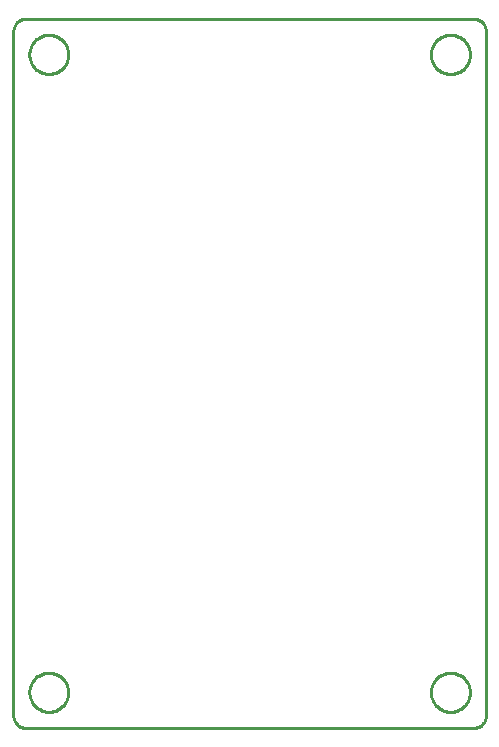
<source format=gbr>
G04 EAGLE Gerber RS-274X export*
G75*
%MOMM*%
%FSLAX34Y34*%
%LPD*%
%IN*%
%IPPOS*%
%AMOC8*
5,1,8,0,0,1.08239X$1,22.5*%
G01*
%ADD10C,0.254000*%


D10*
X0Y10000D02*
X38Y9128D01*
X152Y8264D01*
X341Y7412D01*
X603Y6580D01*
X937Y5774D01*
X1340Y5000D01*
X1808Y4264D01*
X2340Y3572D01*
X2929Y2929D01*
X3572Y2340D01*
X4264Y1808D01*
X5000Y1340D01*
X5774Y937D01*
X6580Y603D01*
X7412Y341D01*
X8264Y152D01*
X9128Y38D01*
X10000Y0D01*
X390000Y0D01*
X390872Y38D01*
X391736Y152D01*
X392588Y341D01*
X393420Y603D01*
X394226Y937D01*
X395000Y1340D01*
X395736Y1808D01*
X396428Y2340D01*
X397071Y2929D01*
X397660Y3572D01*
X398192Y4264D01*
X398660Y5000D01*
X399063Y5774D01*
X399397Y6580D01*
X399659Y7412D01*
X399848Y8264D01*
X399962Y9128D01*
X400000Y10000D01*
X400000Y590000D01*
X399962Y590872D01*
X399848Y591736D01*
X399659Y592588D01*
X399397Y593420D01*
X399063Y594226D01*
X398660Y595000D01*
X398192Y595736D01*
X397660Y596428D01*
X397071Y597071D01*
X396428Y597660D01*
X395736Y598192D01*
X395000Y598660D01*
X394226Y599063D01*
X393420Y599397D01*
X392588Y599659D01*
X391736Y599848D01*
X390872Y599962D01*
X390000Y600000D01*
X10000Y600000D01*
X9128Y599962D01*
X8264Y599848D01*
X7412Y599659D01*
X6580Y599397D01*
X5774Y599063D01*
X5000Y598660D01*
X4264Y598192D01*
X3572Y597660D01*
X2929Y597071D01*
X2340Y596428D01*
X1808Y595736D01*
X1340Y595000D01*
X937Y594226D01*
X603Y593420D01*
X341Y592588D01*
X152Y591736D01*
X38Y590872D01*
X0Y590000D01*
X0Y10000D01*
X46500Y569460D02*
X46429Y568382D01*
X46288Y567311D01*
X46078Y566251D01*
X45798Y565208D01*
X45451Y564185D01*
X45037Y563187D01*
X44560Y562218D01*
X44019Y561282D01*
X43419Y560384D01*
X42762Y559527D01*
X42049Y558715D01*
X41285Y557951D01*
X40473Y557239D01*
X39616Y556581D01*
X38718Y555981D01*
X37782Y555441D01*
X36813Y554963D01*
X35815Y554549D01*
X34792Y554202D01*
X33749Y553922D01*
X32689Y553712D01*
X31618Y553571D01*
X30540Y553500D01*
X29460Y553500D01*
X28382Y553571D01*
X27311Y553712D01*
X26251Y553922D01*
X25208Y554202D01*
X24185Y554549D01*
X23187Y554963D01*
X22218Y555441D01*
X21282Y555981D01*
X20384Y556581D01*
X19527Y557239D01*
X18715Y557951D01*
X17951Y558715D01*
X17239Y559527D01*
X16581Y560384D01*
X15981Y561282D01*
X15441Y562218D01*
X14963Y563187D01*
X14549Y564185D01*
X14202Y565208D01*
X13922Y566251D01*
X13712Y567311D01*
X13571Y568382D01*
X13500Y569460D01*
X13500Y570540D01*
X13571Y571618D01*
X13712Y572689D01*
X13922Y573749D01*
X14202Y574792D01*
X14549Y575815D01*
X14963Y576813D01*
X15441Y577782D01*
X15981Y578718D01*
X16581Y579616D01*
X17239Y580473D01*
X17951Y581285D01*
X18715Y582049D01*
X19527Y582762D01*
X20384Y583419D01*
X21282Y584019D01*
X22218Y584560D01*
X23187Y585037D01*
X24185Y585451D01*
X25208Y585798D01*
X26251Y586078D01*
X27311Y586288D01*
X28382Y586429D01*
X29460Y586500D01*
X30540Y586500D01*
X31618Y586429D01*
X32689Y586288D01*
X33749Y586078D01*
X34792Y585798D01*
X35815Y585451D01*
X36813Y585037D01*
X37782Y584560D01*
X38718Y584019D01*
X39616Y583419D01*
X40473Y582762D01*
X41285Y582049D01*
X42049Y581285D01*
X42762Y580473D01*
X43419Y579616D01*
X44019Y578718D01*
X44560Y577782D01*
X45037Y576813D01*
X45451Y575815D01*
X45798Y574792D01*
X46078Y573749D01*
X46288Y572689D01*
X46429Y571618D01*
X46500Y570540D01*
X46500Y569460D01*
X386500Y569460D02*
X386429Y568382D01*
X386288Y567311D01*
X386078Y566251D01*
X385798Y565208D01*
X385451Y564185D01*
X385037Y563187D01*
X384560Y562218D01*
X384019Y561282D01*
X383419Y560384D01*
X382762Y559527D01*
X382049Y558715D01*
X381285Y557951D01*
X380473Y557239D01*
X379616Y556581D01*
X378718Y555981D01*
X377782Y555441D01*
X376813Y554963D01*
X375815Y554549D01*
X374792Y554202D01*
X373749Y553922D01*
X372689Y553712D01*
X371618Y553571D01*
X370540Y553500D01*
X369460Y553500D01*
X368382Y553571D01*
X367311Y553712D01*
X366251Y553922D01*
X365208Y554202D01*
X364185Y554549D01*
X363187Y554963D01*
X362218Y555441D01*
X361282Y555981D01*
X360384Y556581D01*
X359527Y557239D01*
X358715Y557951D01*
X357951Y558715D01*
X357239Y559527D01*
X356581Y560384D01*
X355981Y561282D01*
X355441Y562218D01*
X354963Y563187D01*
X354549Y564185D01*
X354202Y565208D01*
X353922Y566251D01*
X353712Y567311D01*
X353571Y568382D01*
X353500Y569460D01*
X353500Y570540D01*
X353571Y571618D01*
X353712Y572689D01*
X353922Y573749D01*
X354202Y574792D01*
X354549Y575815D01*
X354963Y576813D01*
X355441Y577782D01*
X355981Y578718D01*
X356581Y579616D01*
X357239Y580473D01*
X357951Y581285D01*
X358715Y582049D01*
X359527Y582762D01*
X360384Y583419D01*
X361282Y584019D01*
X362218Y584560D01*
X363187Y585037D01*
X364185Y585451D01*
X365208Y585798D01*
X366251Y586078D01*
X367311Y586288D01*
X368382Y586429D01*
X369460Y586500D01*
X370540Y586500D01*
X371618Y586429D01*
X372689Y586288D01*
X373749Y586078D01*
X374792Y585798D01*
X375815Y585451D01*
X376813Y585037D01*
X377782Y584560D01*
X378718Y584019D01*
X379616Y583419D01*
X380473Y582762D01*
X381285Y582049D01*
X382049Y581285D01*
X382762Y580473D01*
X383419Y579616D01*
X384019Y578718D01*
X384560Y577782D01*
X385037Y576813D01*
X385451Y575815D01*
X385798Y574792D01*
X386078Y573749D01*
X386288Y572689D01*
X386429Y571618D01*
X386500Y570540D01*
X386500Y569460D01*
X386500Y29460D02*
X386429Y28382D01*
X386288Y27311D01*
X386078Y26251D01*
X385798Y25208D01*
X385451Y24185D01*
X385037Y23187D01*
X384560Y22218D01*
X384019Y21282D01*
X383419Y20384D01*
X382762Y19527D01*
X382049Y18715D01*
X381285Y17951D01*
X380473Y17239D01*
X379616Y16581D01*
X378718Y15981D01*
X377782Y15441D01*
X376813Y14963D01*
X375815Y14549D01*
X374792Y14202D01*
X373749Y13922D01*
X372689Y13712D01*
X371618Y13571D01*
X370540Y13500D01*
X369460Y13500D01*
X368382Y13571D01*
X367311Y13712D01*
X366251Y13922D01*
X365208Y14202D01*
X364185Y14549D01*
X363187Y14963D01*
X362218Y15441D01*
X361282Y15981D01*
X360384Y16581D01*
X359527Y17239D01*
X358715Y17951D01*
X357951Y18715D01*
X357239Y19527D01*
X356581Y20384D01*
X355981Y21282D01*
X355441Y22218D01*
X354963Y23187D01*
X354549Y24185D01*
X354202Y25208D01*
X353922Y26251D01*
X353712Y27311D01*
X353571Y28382D01*
X353500Y29460D01*
X353500Y30540D01*
X353571Y31618D01*
X353712Y32689D01*
X353922Y33749D01*
X354202Y34792D01*
X354549Y35815D01*
X354963Y36813D01*
X355441Y37782D01*
X355981Y38718D01*
X356581Y39616D01*
X357239Y40473D01*
X357951Y41285D01*
X358715Y42049D01*
X359527Y42762D01*
X360384Y43419D01*
X361282Y44019D01*
X362218Y44560D01*
X363187Y45037D01*
X364185Y45451D01*
X365208Y45798D01*
X366251Y46078D01*
X367311Y46288D01*
X368382Y46429D01*
X369460Y46500D01*
X370540Y46500D01*
X371618Y46429D01*
X372689Y46288D01*
X373749Y46078D01*
X374792Y45798D01*
X375815Y45451D01*
X376813Y45037D01*
X377782Y44560D01*
X378718Y44019D01*
X379616Y43419D01*
X380473Y42762D01*
X381285Y42049D01*
X382049Y41285D01*
X382762Y40473D01*
X383419Y39616D01*
X384019Y38718D01*
X384560Y37782D01*
X385037Y36813D01*
X385451Y35815D01*
X385798Y34792D01*
X386078Y33749D01*
X386288Y32689D01*
X386429Y31618D01*
X386500Y30540D01*
X386500Y29460D01*
X46500Y29460D02*
X46429Y28382D01*
X46288Y27311D01*
X46078Y26251D01*
X45798Y25208D01*
X45451Y24185D01*
X45037Y23187D01*
X44560Y22218D01*
X44019Y21282D01*
X43419Y20384D01*
X42762Y19527D01*
X42049Y18715D01*
X41285Y17951D01*
X40473Y17239D01*
X39616Y16581D01*
X38718Y15981D01*
X37782Y15441D01*
X36813Y14963D01*
X35815Y14549D01*
X34792Y14202D01*
X33749Y13922D01*
X32689Y13712D01*
X31618Y13571D01*
X30540Y13500D01*
X29460Y13500D01*
X28382Y13571D01*
X27311Y13712D01*
X26251Y13922D01*
X25208Y14202D01*
X24185Y14549D01*
X23187Y14963D01*
X22218Y15441D01*
X21282Y15981D01*
X20384Y16581D01*
X19527Y17239D01*
X18715Y17951D01*
X17951Y18715D01*
X17239Y19527D01*
X16581Y20384D01*
X15981Y21282D01*
X15441Y22218D01*
X14963Y23187D01*
X14549Y24185D01*
X14202Y25208D01*
X13922Y26251D01*
X13712Y27311D01*
X13571Y28382D01*
X13500Y29460D01*
X13500Y30540D01*
X13571Y31618D01*
X13712Y32689D01*
X13922Y33749D01*
X14202Y34792D01*
X14549Y35815D01*
X14963Y36813D01*
X15441Y37782D01*
X15981Y38718D01*
X16581Y39616D01*
X17239Y40473D01*
X17951Y41285D01*
X18715Y42049D01*
X19527Y42762D01*
X20384Y43419D01*
X21282Y44019D01*
X22218Y44560D01*
X23187Y45037D01*
X24185Y45451D01*
X25208Y45798D01*
X26251Y46078D01*
X27311Y46288D01*
X28382Y46429D01*
X29460Y46500D01*
X30540Y46500D01*
X31618Y46429D01*
X32689Y46288D01*
X33749Y46078D01*
X34792Y45798D01*
X35815Y45451D01*
X36813Y45037D01*
X37782Y44560D01*
X38718Y44019D01*
X39616Y43419D01*
X40473Y42762D01*
X41285Y42049D01*
X42049Y41285D01*
X42762Y40473D01*
X43419Y39616D01*
X44019Y38718D01*
X44560Y37782D01*
X45037Y36813D01*
X45451Y35815D01*
X45798Y34792D01*
X46078Y33749D01*
X46288Y32689D01*
X46429Y31618D01*
X46500Y30540D01*
X46500Y29460D01*
M02*

</source>
